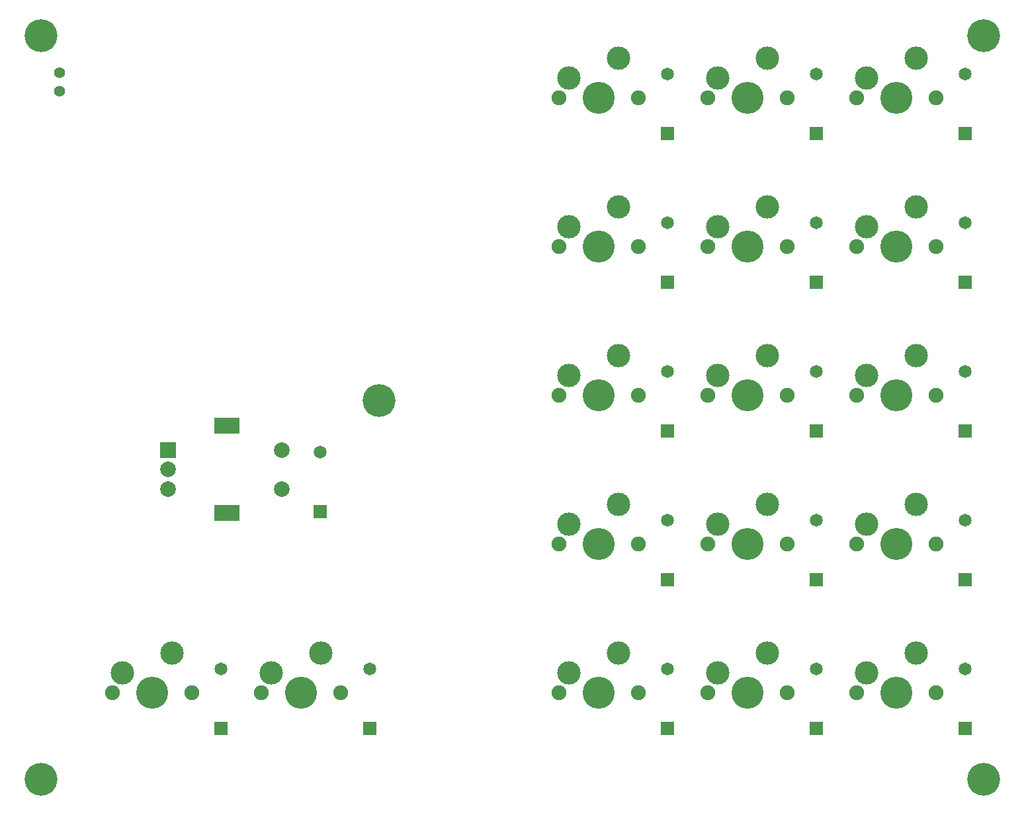
<source format=gbr>
%TF.GenerationSoftware,KiCad,Pcbnew,(5.1.10)-1*%
%TF.CreationDate,2021-07-10T22:05:52+03:00*%
%TF.ProjectId,BedoPadPcb,4265646f-5061-4645-9063-622e6b696361,rev?*%
%TF.SameCoordinates,Original*%
%TF.FileFunction,Soldermask,Top*%
%TF.FilePolarity,Negative*%
%FSLAX46Y46*%
G04 Gerber Fmt 4.6, Leading zero omitted, Abs format (unit mm)*
G04 Created by KiCad (PCBNEW (5.1.10)-1) date 2021-07-10 22:05:52*
%MOMM*%
%LPD*%
G01*
G04 APERTURE LIST*
%ADD10C,4.200000*%
%ADD11R,1.651000X1.651000*%
%ADD12C,1.651000*%
%ADD13C,1.397000*%
%ADD14C,2.000000*%
%ADD15R,3.200000X2.000000*%
%ADD16R,2.000000X2.000000*%
%ADD17C,3.000000*%
%ADD18C,1.900000*%
%ADD19C,4.100000*%
G04 APERTURE END LIST*
D10*
%TO.C,REF\u002A\u002A*%
X70294500Y-99123500D03*
%TD*%
%TO.C,REF\u002A\u002A*%
X147637500Y-147637500D03*
%TD*%
%TO.C,REF\u002A\u002A*%
X26987500Y-147637500D03*
%TD*%
%TO.C,REF\u002A\u002A*%
X26987500Y-52387500D03*
%TD*%
%TO.C,REF\u002A\u002A*%
X147637500Y-52387500D03*
%TD*%
D11*
%TO.C,D1*%
X62706250Y-113347500D03*
D12*
X62706250Y-105727500D03*
%TD*%
D11*
%TO.C,D2*%
X50006250Y-141128750D03*
D12*
X50006250Y-133508750D03*
%TD*%
D11*
%TO.C,D3*%
X69056250Y-141128750D03*
D12*
X69056250Y-133508750D03*
%TD*%
D11*
%TO.C,D4*%
X107156250Y-64928750D03*
D12*
X107156250Y-57308750D03*
%TD*%
D11*
%TO.C,D5*%
X107156250Y-83978750D03*
D12*
X107156250Y-76358750D03*
%TD*%
D11*
%TO.C,D6*%
X107156250Y-103028750D03*
D12*
X107156250Y-95408750D03*
%TD*%
D11*
%TO.C,D7*%
X107156250Y-122078750D03*
D12*
X107156250Y-114458750D03*
%TD*%
D11*
%TO.C,D8*%
X107156250Y-141128750D03*
D12*
X107156250Y-133508750D03*
%TD*%
D11*
%TO.C,D9*%
X126206250Y-64928750D03*
D12*
X126206250Y-57308750D03*
%TD*%
D11*
%TO.C,D10*%
X126206250Y-83978750D03*
D12*
X126206250Y-76358750D03*
%TD*%
D11*
%TO.C,D11*%
X126206250Y-103028750D03*
D12*
X126206250Y-95408750D03*
%TD*%
D11*
%TO.C,D12*%
X126206250Y-122078750D03*
D12*
X126206250Y-114458750D03*
%TD*%
D11*
%TO.C,D13*%
X126206250Y-141128750D03*
D12*
X126206250Y-133508750D03*
%TD*%
D11*
%TO.C,D14*%
X145256250Y-64928750D03*
D12*
X145256250Y-57308750D03*
%TD*%
D11*
%TO.C,D15*%
X145256250Y-83978750D03*
D12*
X145256250Y-76358750D03*
%TD*%
D11*
%TO.C,D16*%
X145256250Y-103028750D03*
D12*
X145256250Y-95408750D03*
%TD*%
D11*
%TO.C,D17*%
X145256250Y-122078750D03*
D12*
X145256250Y-114458750D03*
%TD*%
D11*
%TO.C,D18*%
X145256250Y-141128750D03*
D12*
X145256250Y-133508750D03*
%TD*%
D13*
%TO.C,H2*%
X29368750Y-59531250D03*
%TD*%
%TO.C,H1*%
X29368750Y-57150000D03*
%TD*%
D14*
%TO.C,SW1*%
X57800000Y-110450000D03*
X57800000Y-105450000D03*
D15*
X50800000Y-113550000D03*
X50800000Y-102350000D03*
D14*
X43300000Y-110450000D03*
X43300000Y-107950000D03*
D16*
X43300000Y-105450000D03*
%TD*%
D17*
%TO.C,SW2*%
X43815000Y-131445000D03*
X37465000Y-133985000D03*
D18*
X36195000Y-136525000D03*
X46355000Y-136525000D03*
D19*
X41275000Y-136525000D03*
%TD*%
%TO.C,SW3*%
X60325000Y-136525000D03*
D18*
X65405000Y-136525000D03*
X55245000Y-136525000D03*
D17*
X56515000Y-133985000D03*
X62865000Y-131445000D03*
%TD*%
%TO.C,SW4*%
X100965000Y-55245000D03*
X94615000Y-57785000D03*
D18*
X93345000Y-60325000D03*
X103505000Y-60325000D03*
D19*
X98425000Y-60325000D03*
%TD*%
D17*
%TO.C,SW5*%
X100965000Y-74295000D03*
X94615000Y-76835000D03*
D18*
X93345000Y-79375000D03*
X103505000Y-79375000D03*
D19*
X98425000Y-79375000D03*
%TD*%
%TO.C,SW6*%
X98425000Y-98425000D03*
D18*
X103505000Y-98425000D03*
X93345000Y-98425000D03*
D17*
X94615000Y-95885000D03*
X100965000Y-93345000D03*
%TD*%
%TO.C,SW7*%
X100965000Y-112395000D03*
X94615000Y-114935000D03*
D18*
X93345000Y-117475000D03*
X103505000Y-117475000D03*
D19*
X98425000Y-117475000D03*
%TD*%
%TO.C,SW8*%
X98425000Y-136525000D03*
D18*
X103505000Y-136525000D03*
X93345000Y-136525000D03*
D17*
X94615000Y-133985000D03*
X100965000Y-131445000D03*
%TD*%
D19*
%TO.C,SW9*%
X117475000Y-60325000D03*
D18*
X122555000Y-60325000D03*
X112395000Y-60325000D03*
D17*
X113665000Y-57785000D03*
X120015000Y-55245000D03*
%TD*%
D19*
%TO.C,SW10*%
X117475000Y-79375000D03*
D18*
X122555000Y-79375000D03*
X112395000Y-79375000D03*
D17*
X113665000Y-76835000D03*
X120015000Y-74295000D03*
%TD*%
%TO.C,SW11*%
X120015000Y-93345000D03*
X113665000Y-95885000D03*
D18*
X112395000Y-98425000D03*
X122555000Y-98425000D03*
D19*
X117475000Y-98425000D03*
%TD*%
%TO.C,SW12*%
X117475000Y-117475000D03*
D18*
X122555000Y-117475000D03*
X112395000Y-117475000D03*
D17*
X113665000Y-114935000D03*
X120015000Y-112395000D03*
%TD*%
%TO.C,SW13*%
X120015000Y-131445000D03*
X113665000Y-133985000D03*
D18*
X112395000Y-136525000D03*
X122555000Y-136525000D03*
D19*
X117475000Y-136525000D03*
%TD*%
%TO.C,SW14*%
X136525000Y-60325000D03*
D18*
X141605000Y-60325000D03*
X131445000Y-60325000D03*
D17*
X132715000Y-57785000D03*
X139065000Y-55245000D03*
%TD*%
%TO.C,SW15*%
X139065000Y-74295000D03*
X132715000Y-76835000D03*
D18*
X131445000Y-79375000D03*
X141605000Y-79375000D03*
D19*
X136525000Y-79375000D03*
%TD*%
%TO.C,SW16*%
X136525000Y-98425000D03*
D18*
X141605000Y-98425000D03*
X131445000Y-98425000D03*
D17*
X132715000Y-95885000D03*
X139065000Y-93345000D03*
%TD*%
%TO.C,SW17*%
X139065000Y-112395000D03*
X132715000Y-114935000D03*
D18*
X131445000Y-117475000D03*
X141605000Y-117475000D03*
D19*
X136525000Y-117475000D03*
%TD*%
%TO.C,SW18*%
X136525000Y-136525000D03*
D18*
X141605000Y-136525000D03*
X131445000Y-136525000D03*
D17*
X132715000Y-133985000D03*
X139065000Y-131445000D03*
%TD*%
M02*

</source>
